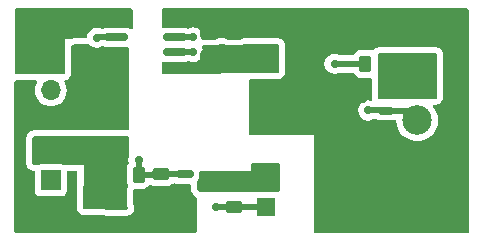
<source format=gtl>
G04 #@! TF.GenerationSoftware,KiCad,Pcbnew,8.0.2*
G04 #@! TF.CreationDate,2024-06-29T14:49:14+02:00*
G04 #@! TF.ProjectId,STM32F4_GateSignalGenerator_GateDriver,53544d33-3246-4345-9f47-617465536967,rev?*
G04 #@! TF.SameCoordinates,Original*
G04 #@! TF.FileFunction,Copper,L1,Top*
G04 #@! TF.FilePolarity,Positive*
%FSLAX46Y46*%
G04 Gerber Fmt 4.6, Leading zero omitted, Abs format (unit mm)*
G04 Created by KiCad (PCBNEW 8.0.2) date 2024-06-29 14:49:14*
%MOMM*%
%LPD*%
G01*
G04 APERTURE LIST*
G04 Aperture macros list*
%AMRoundRect*
0 Rectangle with rounded corners*
0 $1 Rounding radius*
0 $2 $3 $4 $5 $6 $7 $8 $9 X,Y pos of 4 corners*
0 Add a 4 corners polygon primitive as box body*
4,1,4,$2,$3,$4,$5,$6,$7,$8,$9,$2,$3,0*
0 Add four circle primitives for the rounded corners*
1,1,$1+$1,$2,$3*
1,1,$1+$1,$4,$5*
1,1,$1+$1,$6,$7*
1,1,$1+$1,$8,$9*
0 Add four rect primitives between the rounded corners*
20,1,$1+$1,$2,$3,$4,$5,0*
20,1,$1+$1,$4,$5,$6,$7,0*
20,1,$1+$1,$6,$7,$8,$9,0*
20,1,$1+$1,$8,$9,$2,$3,0*%
G04 Aperture macros list end*
G04 #@! TA.AperFunction,SMDPad,CuDef*
%ADD10RoundRect,0.250000X-0.262500X-0.450000X0.262500X-0.450000X0.262500X0.450000X-0.262500X0.450000X0*%
G04 #@! TD*
G04 #@! TA.AperFunction,SMDPad,CuDef*
%ADD11RoundRect,0.150000X-0.587500X-0.150000X0.587500X-0.150000X0.587500X0.150000X-0.587500X0.150000X0*%
G04 #@! TD*
G04 #@! TA.AperFunction,SMDPad,CuDef*
%ADD12RoundRect,0.250000X0.475000X-0.250000X0.475000X0.250000X-0.475000X0.250000X-0.475000X-0.250000X0*%
G04 #@! TD*
G04 #@! TA.AperFunction,SMDPad,CuDef*
%ADD13RoundRect,0.150000X0.512500X0.150000X-0.512500X0.150000X-0.512500X-0.150000X0.512500X-0.150000X0*%
G04 #@! TD*
G04 #@! TA.AperFunction,SMDPad,CuDef*
%ADD14RoundRect,0.250000X-0.475000X0.250000X-0.475000X-0.250000X0.475000X-0.250000X0.475000X0.250000X0*%
G04 #@! TD*
G04 #@! TA.AperFunction,SMDPad,CuDef*
%ADD15RoundRect,0.150000X-0.825000X-0.150000X0.825000X-0.150000X0.825000X0.150000X-0.825000X0.150000X0*%
G04 #@! TD*
G04 #@! TA.AperFunction,SMDPad,CuDef*
%ADD16RoundRect,0.250000X0.262500X0.450000X-0.262500X0.450000X-0.262500X-0.450000X0.262500X-0.450000X0*%
G04 #@! TD*
G04 #@! TA.AperFunction,ComponentPad*
%ADD17C,2.500000*%
G04 #@! TD*
G04 #@! TA.AperFunction,ComponentPad*
%ADD18R,1.500000X1.500000*%
G04 #@! TD*
G04 #@! TA.AperFunction,ComponentPad*
%ADD19C,1.500000*%
G04 #@! TD*
G04 #@! TA.AperFunction,ComponentPad*
%ADD20O,1.700000X1.700000*%
G04 #@! TD*
G04 #@! TA.AperFunction,ComponentPad*
%ADD21R,1.700000X1.700000*%
G04 #@! TD*
G04 #@! TA.AperFunction,ViaPad*
%ADD22C,0.700000*%
G04 #@! TD*
G04 #@! TA.AperFunction,Conductor*
%ADD23C,0.500000*%
G04 #@! TD*
G04 APERTURE END LIST*
D10*
X181687500Y-89200000D03*
X183512500Y-89200000D03*
D11*
X168300000Y-99500000D03*
X166425000Y-100450000D03*
X166425000Y-98550000D03*
D12*
X170600000Y-88550000D03*
X170600000Y-86650000D03*
D13*
X183437500Y-93162500D03*
X183437500Y-91262500D03*
X181162500Y-92212500D03*
D12*
X170600000Y-101350000D03*
X170600000Y-99450000D03*
D10*
X162512500Y-98600000D03*
X160687500Y-98600000D03*
D14*
X164400000Y-100450000D03*
X164400000Y-98550000D03*
D15*
X160625000Y-85695000D03*
X160625000Y-86965000D03*
X160625000Y-88235000D03*
X160625000Y-89505000D03*
X165575000Y-89505000D03*
X165575000Y-88235000D03*
X165575000Y-86965000D03*
X165575000Y-85695000D03*
D16*
X160687500Y-100500000D03*
X162512500Y-100500000D03*
D12*
X168500000Y-88550000D03*
X168500000Y-86650000D03*
D17*
X186100000Y-97500000D03*
X186100000Y-94000000D03*
X186100000Y-90500000D03*
D18*
X173300000Y-101300000D03*
D19*
X173300000Y-98760000D03*
X173300000Y-93680000D03*
X173300000Y-88600000D03*
D14*
X157600000Y-86150000D03*
X157600000Y-88050000D03*
D20*
X155075000Y-88915000D03*
X155075000Y-91455000D03*
X155075000Y-93995000D03*
X155075000Y-96535000D03*
D21*
X155075000Y-99075000D03*
D22*
X162512500Y-97337500D03*
X169100000Y-101350000D03*
X188450000Y-103000000D03*
X189500000Y-102000000D03*
X189500000Y-102950000D03*
X178950000Y-103000000D03*
X177900000Y-102000000D03*
X177900000Y-103000000D03*
X181950000Y-93150000D03*
X179100000Y-89200000D03*
X166900000Y-102950000D03*
X157900000Y-103000000D03*
X166100000Y-84900000D03*
X165000000Y-84900000D03*
X189500000Y-94000000D03*
X189500000Y-93000000D03*
X189500000Y-86000000D03*
X188500000Y-85000000D03*
X189500000Y-95000000D03*
X189500000Y-85000000D03*
X161100000Y-90800000D03*
X152500000Y-102000000D03*
X159900000Y-90800000D03*
X153500000Y-103000000D03*
X152500000Y-91000000D03*
X152500000Y-103000000D03*
X152500000Y-94000000D03*
X159000000Y-87000000D03*
X167110537Y-86965000D03*
X167125000Y-88200000D03*
D23*
X162512500Y-97337500D02*
X162512500Y-98600000D01*
X170600000Y-101350000D02*
X169100000Y-101350000D01*
X170600000Y-101350000D02*
X173250000Y-101350000D01*
X173250000Y-101350000D02*
X173300000Y-101300000D01*
X183437500Y-93162500D02*
X185262500Y-93162500D01*
X185262500Y-93162500D02*
X186100000Y-94000000D01*
X181950000Y-93150000D02*
X183425000Y-93150000D01*
X183425000Y-93150000D02*
X183437500Y-93162500D01*
X181687500Y-89200000D02*
X179100000Y-89200000D01*
X172800000Y-101340000D02*
X172790000Y-101350000D01*
X155300000Y-99300000D02*
X155075000Y-99075000D01*
X160537500Y-98750000D02*
X160687500Y-98600000D01*
X162512500Y-98600000D02*
X164350000Y-98600000D01*
X164350000Y-98600000D02*
X164400000Y-98550000D01*
X159000000Y-87000000D02*
X159035000Y-86965000D01*
X159035000Y-86965000D02*
X160625000Y-86965000D01*
X167110537Y-86965000D02*
X165575000Y-86965000D01*
X185850000Y-97750000D02*
X186100000Y-97500000D01*
X167125000Y-88200000D02*
X167090000Y-88235000D01*
X167090000Y-88235000D02*
X165575000Y-88235000D01*
X164400000Y-98550000D02*
X166425000Y-98550000D01*
G04 #@! TA.AperFunction,Conductor*
G36*
X158317949Y-87529322D02*
G01*
X158349337Y-87552127D01*
X158493851Y-87696641D01*
X158493853Y-87696642D01*
X158493857Y-87696646D01*
X158733905Y-87818957D01*
X158733907Y-87818958D01*
X158999998Y-87861102D01*
X159000000Y-87861102D01*
X159000002Y-87861102D01*
X159266092Y-87818958D01*
X159266093Y-87818957D01*
X159266095Y-87818957D01*
X159442615Y-87729014D01*
X159498910Y-87715500D01*
X159521072Y-87715500D01*
X159573476Y-87727118D01*
X159629041Y-87753028D01*
X159723776Y-87765500D01*
X159723783Y-87765500D01*
X161526217Y-87765500D01*
X161526224Y-87765500D01*
X161559814Y-87761077D01*
X161651484Y-87785638D01*
X161698939Y-87867828D01*
X161700000Y-87884016D01*
X161700000Y-90900000D01*
X156600000Y-90900000D01*
X156600000Y-90441135D01*
X156624658Y-90424660D01*
X156735321Y-90259042D01*
X156769308Y-90176990D01*
X156771401Y-90172564D01*
X156771640Y-90171360D01*
X156771641Y-90171360D01*
X156810500Y-89976000D01*
X156810500Y-87722163D01*
X156846819Y-87634482D01*
X156920436Y-87598963D01*
X156934446Y-87597364D01*
X156934449Y-87597363D01*
X156934451Y-87597363D01*
X156988892Y-87584769D01*
X156988898Y-87584766D01*
X156988906Y-87584765D01*
X157024837Y-87572012D01*
X157048426Y-87566168D01*
X157071577Y-87562796D01*
X157081883Y-87561295D01*
X157099757Y-87560000D01*
X158025157Y-87560000D01*
X158094871Y-87548957D01*
X158182905Y-87535015D01*
X158223336Y-87521878D01*
X158317949Y-87529322D01*
G37*
G04 #@! TD.AperFunction*
G04 #@! TA.AperFunction,Conductor*
G36*
X161963681Y-84536319D02*
G01*
X162000000Y-84624000D01*
X162000000Y-86159080D01*
X161963681Y-86246761D01*
X161876000Y-86283080D01*
X161823595Y-86271462D01*
X161620960Y-86176972D01*
X161620959Y-86176971D01*
X161526234Y-86164501D01*
X161526229Y-86164500D01*
X161526224Y-86164500D01*
X159723776Y-86164500D01*
X159723770Y-86164500D01*
X159723765Y-86164501D01*
X159629042Y-86176971D01*
X159629040Y-86176971D01*
X159573476Y-86202882D01*
X159521072Y-86214500D01*
X159361528Y-86214500D01*
X159305234Y-86200985D01*
X159266092Y-86181041D01*
X159000002Y-86138898D01*
X158999998Y-86138898D01*
X158733907Y-86181041D01*
X158573873Y-86262583D01*
X158493857Y-86303354D01*
X158493856Y-86303355D01*
X158493851Y-86303358D01*
X158303358Y-86493851D01*
X158303355Y-86493856D01*
X158181041Y-86733907D01*
X158147625Y-86944898D01*
X158098038Y-87025818D01*
X158025152Y-87049500D01*
X157053777Y-87049500D01*
X156907895Y-87070754D01*
X156873844Y-87087401D01*
X156819384Y-87100000D01*
X156300000Y-87100000D01*
X156300000Y-89976000D01*
X156263681Y-90063681D01*
X156176000Y-90100000D01*
X152174000Y-90100000D01*
X152086319Y-90063681D01*
X152050000Y-89976000D01*
X152050000Y-84624000D01*
X152086319Y-84536319D01*
X152174000Y-84500000D01*
X161876000Y-84500000D01*
X161963681Y-84536319D01*
G37*
G04 #@! TD.AperFunction*
G04 #@! TA.AperFunction,Conductor*
G36*
X190414006Y-84536319D02*
G01*
X190450324Y-84623674D01*
X190479328Y-95673995D01*
X190499674Y-103425675D01*
X190463585Y-103513451D01*
X190375999Y-103550000D01*
X177474000Y-103550000D01*
X177386319Y-103513681D01*
X177350000Y-103426000D01*
X177350000Y-95250000D01*
X171974000Y-95250000D01*
X171886319Y-95213681D01*
X171850000Y-95126000D01*
X171850000Y-90646698D01*
X171886319Y-90559017D01*
X171973376Y-90522700D01*
X174279188Y-90511113D01*
X174473167Y-90471767D01*
X174560225Y-90435450D01*
X174724658Y-90325281D01*
X174835321Y-90159663D01*
X174869308Y-90077611D01*
X174871401Y-90073185D01*
X174871640Y-90071981D01*
X174871641Y-90071981D01*
X174910500Y-89876621D01*
X174910500Y-89199997D01*
X178238898Y-89199997D01*
X178238898Y-89200002D01*
X178281041Y-89466092D01*
X178281043Y-89466095D01*
X178403354Y-89706143D01*
X178403356Y-89706145D01*
X178403358Y-89706148D01*
X178593851Y-89896641D01*
X178593853Y-89896642D01*
X178593857Y-89896646D01*
X178833905Y-90018957D01*
X178833907Y-90018958D01*
X179099998Y-90061102D01*
X179100000Y-90061102D01*
X179100002Y-90061102D01*
X179366092Y-90018958D01*
X179366093Y-90018957D01*
X179366095Y-90018957D01*
X179473924Y-89964014D01*
X179530219Y-89950500D01*
X180659119Y-89950500D01*
X180746800Y-89986819D01*
X180770519Y-90020038D01*
X180798666Y-90077614D01*
X180805762Y-90092130D01*
X180982869Y-90269237D01*
X180982870Y-90269237D01*
X180982872Y-90269239D01*
X181207894Y-90379245D01*
X181277373Y-90389368D01*
X181353777Y-90400500D01*
X181353778Y-90400500D01*
X182021221Y-90400500D01*
X182021222Y-90400500D01*
X182097623Y-90389368D01*
X182189623Y-90412665D01*
X182238204Y-90494193D01*
X182239500Y-90512072D01*
X182239500Y-92026006D01*
X182268201Y-92170296D01*
X182249686Y-92263378D01*
X182170775Y-92316104D01*
X182127187Y-92316960D01*
X181950003Y-92288898D01*
X181949998Y-92288898D01*
X181683907Y-92331041D01*
X181549551Y-92399500D01*
X181443857Y-92453354D01*
X181443856Y-92453355D01*
X181443851Y-92453358D01*
X181253358Y-92643851D01*
X181253355Y-92643856D01*
X181253354Y-92643857D01*
X181219665Y-92709975D01*
X181131041Y-92883907D01*
X181088898Y-93149997D01*
X181088898Y-93150002D01*
X181131041Y-93416092D01*
X181131043Y-93416095D01*
X181253354Y-93656143D01*
X181253356Y-93656145D01*
X181253358Y-93656148D01*
X181443851Y-93846641D01*
X181443853Y-93846642D01*
X181443857Y-93846646D01*
X181672210Y-93962998D01*
X181683907Y-93968958D01*
X181949998Y-94011102D01*
X181950000Y-94011102D01*
X181950002Y-94011102D01*
X182216092Y-93968958D01*
X182216093Y-93968957D01*
X182216095Y-93968957D01*
X182323924Y-93914014D01*
X182380219Y-93900500D01*
X182619266Y-93900500D01*
X182671670Y-93912117D01*
X182754041Y-93950528D01*
X182848776Y-93963000D01*
X182848783Y-93963000D01*
X184026217Y-93963000D01*
X184026224Y-93963000D01*
X184120959Y-93950528D01*
X184167119Y-93929002D01*
X184261933Y-93924862D01*
X184331905Y-93988978D01*
X184342845Y-94028422D01*
X184378321Y-94365954D01*
X184378322Y-94365957D01*
X184492027Y-94715908D01*
X184492030Y-94715914D01*
X184676015Y-95034586D01*
X184922235Y-95308040D01*
X185219929Y-95524328D01*
X185556086Y-95673995D01*
X185916015Y-95750500D01*
X185916016Y-95750500D01*
X186283983Y-95750500D01*
X186283985Y-95750500D01*
X186643914Y-95673995D01*
X186980071Y-95524328D01*
X187277765Y-95308040D01*
X187523985Y-95034586D01*
X187707970Y-94715914D01*
X187821679Y-94365954D01*
X187860142Y-94000000D01*
X187821679Y-93634046D01*
X187707970Y-93284086D01*
X187523985Y-92965414D01*
X187435796Y-92867471D01*
X187404117Y-92778011D01*
X187444975Y-92692350D01*
X187527947Y-92660500D01*
X187676004Y-92660500D01*
X187807431Y-92634356D01*
X187871361Y-92621640D01*
X187959042Y-92585321D01*
X188124658Y-92474660D01*
X188235321Y-92309042D01*
X188269308Y-92226990D01*
X188271401Y-92222564D01*
X188271640Y-92221360D01*
X188271641Y-92221360D01*
X188310500Y-92026000D01*
X188310500Y-88423998D01*
X188310500Y-88423995D01*
X188271641Y-88228644D01*
X188271640Y-88228643D01*
X188271640Y-88228639D01*
X188235321Y-88140958D01*
X188235320Y-88140957D01*
X188235317Y-88140951D01*
X188124660Y-87975342D01*
X188124657Y-87975339D01*
X187959039Y-87864677D01*
X187876992Y-87830692D01*
X187872564Y-87828598D01*
X187676004Y-87789500D01*
X187676000Y-87789500D01*
X182873998Y-87789500D01*
X182873996Y-87789500D01*
X182678644Y-87828358D01*
X182678638Y-87828360D01*
X182590960Y-87864677D01*
X182590951Y-87864682D01*
X182425342Y-87975339D01*
X182425338Y-87975344D01*
X182399089Y-88014628D01*
X182320178Y-88067354D01*
X182241529Y-88057137D01*
X182167106Y-88020754D01*
X182021223Y-87999500D01*
X182021222Y-87999500D01*
X181353778Y-87999500D01*
X181353777Y-87999500D01*
X181207895Y-88020754D01*
X180982869Y-88130762D01*
X180805762Y-88307869D01*
X180770520Y-88379960D01*
X180699382Y-88442781D01*
X180659119Y-88449500D01*
X179530219Y-88449500D01*
X179473924Y-88435985D01*
X179366092Y-88381041D01*
X179100002Y-88338898D01*
X179099998Y-88338898D01*
X178833907Y-88381041D01*
X178699551Y-88449500D01*
X178593857Y-88503354D01*
X178593856Y-88503355D01*
X178593851Y-88503358D01*
X178403358Y-88693851D01*
X178403355Y-88693856D01*
X178281041Y-88933907D01*
X178238898Y-89199997D01*
X174910500Y-89199997D01*
X174910500Y-87673998D01*
X174910500Y-87673995D01*
X174871641Y-87478644D01*
X174871640Y-87478643D01*
X174871640Y-87478639D01*
X174835321Y-87390958D01*
X174835320Y-87390957D01*
X174835317Y-87390951D01*
X174724660Y-87225342D01*
X174724657Y-87225339D01*
X174559039Y-87114677D01*
X174476992Y-87080692D01*
X174472564Y-87078598D01*
X174276004Y-87039500D01*
X174276000Y-87039500D01*
X171482893Y-87039500D01*
X171482891Y-87039500D01*
X171406190Y-87048256D01*
X171367839Y-87052634D01*
X171313379Y-87065232D01*
X171313375Y-87065233D01*
X171313372Y-87065234D01*
X171313358Y-87065238D01*
X171204241Y-87103961D01*
X171204217Y-87103971D01*
X171156962Y-87127072D01*
X171120429Y-87138368D01*
X171119957Y-87138436D01*
X171118160Y-87138698D01*
X171100246Y-87140000D01*
X170099760Y-87140000D01*
X170081840Y-87138698D01*
X170081229Y-87138609D01*
X170079565Y-87138366D01*
X170043026Y-87127068D01*
X169995794Y-87103977D01*
X169995770Y-87103967D01*
X169886628Y-87065234D01*
X169886622Y-87065232D01*
X169832163Y-87052634D01*
X169774635Y-87046067D01*
X169717109Y-87039500D01*
X169717107Y-87039500D01*
X169382893Y-87039500D01*
X169382891Y-87039500D01*
X169306190Y-87048256D01*
X169267839Y-87052634D01*
X169213379Y-87065232D01*
X169213375Y-87065233D01*
X169213372Y-87065234D01*
X169213358Y-87065238D01*
X169104241Y-87103961D01*
X169104217Y-87103971D01*
X169056962Y-87127072D01*
X169020429Y-87138368D01*
X169019957Y-87138436D01*
X169018160Y-87138698D01*
X169000246Y-87140000D01*
X168089107Y-87140000D01*
X168001426Y-87103681D01*
X167965107Y-87016000D01*
X167966634Y-86996602D01*
X167971639Y-86965001D01*
X167971639Y-86964997D01*
X167929495Y-86698907D01*
X167901539Y-86644041D01*
X167807183Y-86458857D01*
X167807179Y-86458853D01*
X167807178Y-86458851D01*
X167616685Y-86268358D01*
X167616682Y-86268356D01*
X167616680Y-86268354D01*
X167453537Y-86185228D01*
X167376629Y-86146041D01*
X167110539Y-86103898D01*
X167110535Y-86103898D01*
X166844444Y-86146041D01*
X166736613Y-86200985D01*
X166680318Y-86214500D01*
X166678928Y-86214500D01*
X166626524Y-86202882D01*
X166570958Y-86176971D01*
X166476234Y-86164501D01*
X166476229Y-86164500D01*
X166476224Y-86164500D01*
X164673776Y-86164500D01*
X164673771Y-86164500D01*
X164673763Y-86164501D01*
X164590184Y-86175504D01*
X164498513Y-86150940D01*
X164451061Y-86068749D01*
X164450000Y-86052565D01*
X164450000Y-84624000D01*
X164486319Y-84536319D01*
X164574000Y-84500000D01*
X190326325Y-84500000D01*
X190414006Y-84536319D01*
G37*
G04 #@! TD.AperFunction*
G04 #@! TA.AperFunction,Conductor*
G36*
X156600000Y-90900000D02*
G01*
X161700000Y-90900000D01*
X161700000Y-92500000D01*
X161702122Y-92727015D01*
X161720710Y-94716032D01*
X161685212Y-94804049D01*
X161597874Y-94841186D01*
X161582102Y-94839706D01*
X161582064Y-94840097D01*
X161576002Y-94839500D01*
X161576000Y-94839500D01*
X153623998Y-94839500D01*
X153623996Y-94839500D01*
X153428644Y-94878358D01*
X153428638Y-94878360D01*
X153340960Y-94914677D01*
X153340951Y-94914682D01*
X153175342Y-95025339D01*
X153175339Y-95025342D01*
X153064678Y-95190958D01*
X153030692Y-95273008D01*
X153028598Y-95277434D01*
X152989500Y-95473995D01*
X152989500Y-95473998D01*
X152989500Y-95474000D01*
X152989500Y-97626002D01*
X152989500Y-97626004D01*
X152989499Y-97626004D01*
X153028358Y-97821355D01*
X153028360Y-97821361D01*
X153064677Y-97909039D01*
X153064682Y-97909048D01*
X153175339Y-98074657D01*
X153175342Y-98074660D01*
X153285252Y-98148099D01*
X153340958Y-98185321D01*
X153340959Y-98185321D01*
X153340960Y-98185322D01*
X153423007Y-98219307D01*
X153427433Y-98221400D01*
X153428638Y-98221639D01*
X153428639Y-98221640D01*
X153428640Y-98221641D01*
X153624000Y-98260500D01*
X153624006Y-98260500D01*
X153624690Y-98260636D01*
X153703602Y-98313363D01*
X153724500Y-98382254D01*
X153724500Y-99974289D01*
X153753540Y-100120287D01*
X153827286Y-100230655D01*
X153864160Y-100285840D01*
X154029715Y-100396460D01*
X154029718Y-100396460D01*
X154029719Y-100396461D01*
X154102711Y-100410980D01*
X154175707Y-100425500D01*
X155974292Y-100425499D01*
X156120285Y-100396460D01*
X156120286Y-100396459D01*
X156120287Y-100396459D01*
X156152914Y-100374658D01*
X156285840Y-100285840D01*
X156396460Y-100120285D01*
X156425500Y-99974293D01*
X156425499Y-98384499D01*
X156461818Y-98296819D01*
X156549499Y-98260500D01*
X157206984Y-98260500D01*
X157294665Y-98296819D01*
X157330984Y-98384500D01*
X157330973Y-98386153D01*
X157291199Y-101369065D01*
X157291200Y-101369066D01*
X157291199Y-101369141D01*
X157291195Y-101369466D01*
X157302833Y-101432163D01*
X157327547Y-101565308D01*
X157362739Y-101653448D01*
X157471266Y-101820467D01*
X157471267Y-101820467D01*
X157471268Y-101820469D01*
X157635453Y-101933247D01*
X157635454Y-101933247D01*
X157635455Y-101933248D01*
X157635457Y-101933249D01*
X157722661Y-101970687D01*
X157722890Y-101970735D01*
X157917509Y-102012048D01*
X161499953Y-102057977D01*
X161618370Y-102045610D01*
X161664928Y-102035152D01*
X161674421Y-102033021D01*
X161674427Y-102033019D01*
X161786755Y-101993560D01*
X161786755Y-101993559D01*
X161786754Y-101993559D01*
X161786758Y-101993558D01*
X161945200Y-101872846D01*
X162008021Y-101801708D01*
X162108206Y-101629555D01*
X162134887Y-101432163D01*
X162129245Y-101341273D01*
X162129163Y-101338638D01*
X162129007Y-101337440D01*
X162129007Y-101337437D01*
X162078117Y-101144860D01*
X162022927Y-101031967D01*
X162011619Y-100995342D01*
X162011288Y-100993067D01*
X162010000Y-100975243D01*
X162010000Y-100024756D01*
X162011290Y-100006917D01*
X162011620Y-100004647D01*
X162022927Y-99968031D01*
X162070834Y-99870037D01*
X162141973Y-99807218D01*
X162182234Y-99800500D01*
X162846223Y-99800500D01*
X162894850Y-99793415D01*
X162992106Y-99779245D01*
X163217128Y-99669239D01*
X163394239Y-99492128D01*
X163394240Y-99492124D01*
X163394718Y-99491457D01*
X163395231Y-99491136D01*
X163401505Y-99484863D01*
X163402955Y-99486313D01*
X163475223Y-99441197D01*
X163550098Y-99452103D01*
X163707894Y-99529245D01*
X163780836Y-99539872D01*
X163853777Y-99550500D01*
X163853778Y-99550500D01*
X164946223Y-99550500D01*
X164994850Y-99543415D01*
X165092106Y-99529245D01*
X165317128Y-99419239D01*
X165399548Y-99336818D01*
X165487228Y-99300500D01*
X165558572Y-99300500D01*
X165610976Y-99312118D01*
X165663948Y-99336819D01*
X165666541Y-99338028D01*
X165761276Y-99350500D01*
X166815500Y-99350500D01*
X166903181Y-99386819D01*
X166939500Y-99474500D01*
X166939500Y-99766194D01*
X166939500Y-99766196D01*
X166939499Y-99766196D01*
X166978358Y-99961547D01*
X166978360Y-99961553D01*
X167014677Y-100049231D01*
X167014682Y-100049240D01*
X167125340Y-100214850D01*
X167129206Y-100219561D01*
X167128830Y-100219868D01*
X167143500Y-100238985D01*
X167162113Y-100271224D01*
X167172348Y-100285840D01*
X167186812Y-100306496D01*
X167244007Y-100374658D01*
X167394892Y-100475476D01*
X167447617Y-100554386D01*
X167450000Y-100578577D01*
X167450000Y-103376000D01*
X167413681Y-103463681D01*
X167326000Y-103500000D01*
X152124000Y-103500000D01*
X152036319Y-103463681D01*
X152000000Y-103376000D01*
X152000000Y-90726983D01*
X152036319Y-90639302D01*
X152124000Y-90602983D01*
X152148183Y-90605364D01*
X152174000Y-90610500D01*
X153780674Y-90610500D01*
X153868355Y-90646819D01*
X153904674Y-90734500D01*
X153882725Y-90804939D01*
X153870409Y-90822781D01*
X153754111Y-91129429D01*
X153714581Y-91454999D01*
X153714581Y-91455000D01*
X153754111Y-91780570D01*
X153795362Y-91889337D01*
X153870409Y-92087218D01*
X154056712Y-92357125D01*
X154056714Y-92357127D01*
X154056716Y-92357129D01*
X154302191Y-92574601D01*
X154302192Y-92574601D01*
X154302194Y-92574603D01*
X154592589Y-92727014D01*
X154592591Y-92727014D01*
X154592592Y-92727015D01*
X154911020Y-92805500D01*
X155238980Y-92805500D01*
X155557407Y-92727015D01*
X155557407Y-92727014D01*
X155557411Y-92727014D01*
X155847806Y-92574603D01*
X156093288Y-92357125D01*
X156279591Y-92087218D01*
X156395888Y-91780570D01*
X156435419Y-91455000D01*
X156395888Y-91129430D01*
X156279591Y-90822782D01*
X156245411Y-90773263D01*
X156225492Y-90680471D01*
X156277021Y-90600773D01*
X156323267Y-90581206D01*
X156371361Y-90571640D01*
X156459042Y-90535321D01*
X156600000Y-90441135D01*
X156600000Y-90900000D01*
G37*
G04 #@! TD.AperFunction*
G04 #@! TA.AperFunction,Conductor*
G36*
X174413681Y-97636319D02*
G01*
X174450000Y-97724000D01*
X174450000Y-99926000D01*
X174413681Y-100013681D01*
X174326000Y-100050000D01*
X174110461Y-100050000D01*
X174100282Y-100049500D01*
X172499710Y-100049500D01*
X172489551Y-100050000D01*
X167692667Y-100050000D01*
X167604986Y-100013681D01*
X167580285Y-99978405D01*
X167553579Y-99921133D01*
X167486319Y-99853873D01*
X167450000Y-99766192D01*
X167450000Y-99233808D01*
X167486319Y-99146127D01*
X167553579Y-99078867D01*
X167650528Y-98870959D01*
X167663000Y-98776224D01*
X167663000Y-98374000D01*
X167699319Y-98286319D01*
X167787000Y-98250000D01*
X172050000Y-98250000D01*
X172050000Y-97724000D01*
X172086319Y-97636319D01*
X172174000Y-97600000D01*
X174326000Y-97600000D01*
X174413681Y-97636319D01*
G37*
G04 #@! TD.AperFunction*
G04 #@! TA.AperFunction,Conductor*
G36*
X169771566Y-87562598D02*
G01*
X169907894Y-87629245D01*
X169980836Y-87639872D01*
X170053777Y-87650500D01*
X170053778Y-87650500D01*
X171146223Y-87650500D01*
X171194850Y-87643415D01*
X171292106Y-87629245D01*
X171428433Y-87562598D01*
X171482893Y-87550000D01*
X174276000Y-87550000D01*
X174363681Y-87586319D01*
X174400000Y-87674000D01*
X174400000Y-89876621D01*
X174363681Y-89964302D01*
X174276623Y-90000619D01*
X164577140Y-90049361D01*
X164489277Y-90013484D01*
X164452519Y-89925986D01*
X164452542Y-89922884D01*
X164468053Y-89147324D01*
X164506116Y-89060390D01*
X164594506Y-89025832D01*
X164608203Y-89026867D01*
X164667848Y-89034719D01*
X164673760Y-89035498D01*
X164673776Y-89035500D01*
X164673783Y-89035500D01*
X166476217Y-89035500D01*
X166476224Y-89035500D01*
X166570959Y-89023028D01*
X166626524Y-88997118D01*
X166678928Y-88985500D01*
X166763472Y-88985500D01*
X166819766Y-88999015D01*
X166858907Y-89018958D01*
X167124998Y-89061102D01*
X167125000Y-89061102D01*
X167125002Y-89061102D01*
X167391092Y-89018958D01*
X167391093Y-89018957D01*
X167391095Y-89018957D01*
X167631143Y-88896646D01*
X167821646Y-88706143D01*
X167943957Y-88466095D01*
X167943957Y-88466093D01*
X167943958Y-88466092D01*
X167986102Y-88200002D01*
X167986102Y-88199997D01*
X167943958Y-87933907D01*
X167933836Y-87914041D01*
X167891418Y-87830793D01*
X167883973Y-87736182D01*
X167945609Y-87664015D01*
X168001904Y-87650500D01*
X169046223Y-87650500D01*
X169094850Y-87643415D01*
X169192106Y-87629245D01*
X169328433Y-87562598D01*
X169382893Y-87550000D01*
X169717107Y-87550000D01*
X169771566Y-87562598D01*
G37*
G04 #@! TD.AperFunction*
G04 #@! TA.AperFunction,Conductor*
G36*
X187763681Y-88336319D02*
G01*
X187800000Y-88424000D01*
X187800000Y-92026000D01*
X187763681Y-92113681D01*
X187676000Y-92150000D01*
X182874000Y-92150000D01*
X182786319Y-92113681D01*
X182750000Y-92026000D01*
X182750000Y-88424000D01*
X182786319Y-88336319D01*
X182874000Y-88300000D01*
X187676000Y-88300000D01*
X187763681Y-88336319D01*
G37*
G04 #@! TD.AperFunction*
G04 #@! TA.AperFunction,Conductor*
G36*
X161663681Y-95386319D02*
G01*
X161700000Y-95474000D01*
X161700000Y-97031892D01*
X161693932Y-97070208D01*
X161693541Y-97071408D01*
X161651398Y-97337497D01*
X161651398Y-97337502D01*
X161689332Y-97577012D01*
X161667177Y-97669296D01*
X161654543Y-97684088D01*
X161630761Y-97707870D01*
X161520754Y-97932895D01*
X161499500Y-98078777D01*
X161499500Y-99121222D01*
X161520754Y-99267104D01*
X161632429Y-99495540D01*
X161638309Y-99590263D01*
X161632429Y-99604460D01*
X161520754Y-99832895D01*
X161499500Y-99978777D01*
X161499500Y-101021222D01*
X161520754Y-101167104D01*
X161619488Y-101369069D01*
X161625368Y-101463792D01*
X161562547Y-101534930D01*
X161506497Y-101547519D01*
X157924053Y-101501590D01*
X157836845Y-101464150D01*
X157801653Y-101376010D01*
X157801654Y-101375947D01*
X157850000Y-97750000D01*
X156114700Y-97750000D01*
X156090508Y-97747617D01*
X155974295Y-97724500D01*
X154175709Y-97724500D01*
X154059488Y-97747618D01*
X154035298Y-97750000D01*
X153624000Y-97750000D01*
X153536319Y-97713681D01*
X153500000Y-97626000D01*
X153500000Y-95474000D01*
X153536319Y-95386319D01*
X153624000Y-95350000D01*
X161576000Y-95350000D01*
X161663681Y-95386319D01*
G37*
G04 #@! TD.AperFunction*
M02*

</source>
